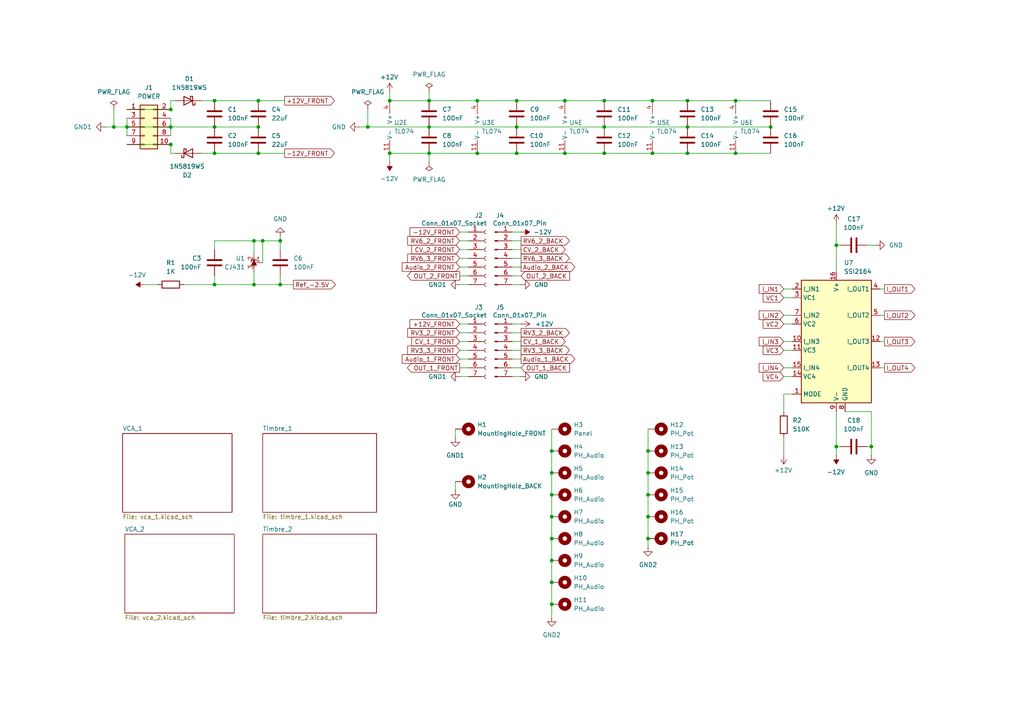
<source format=kicad_sch>
(kicad_sch (version 20250114) (generator "eeschema") (generator_version "9.0")
  (paper "A4")
  (title_block (title "Dual Timbre") (date "2025-06-08") (rev "1.1") (company "StudioKAT"))
  (lib_symbols
    (symbol "Amplifier_Operational:TL074" (pin_names (offset 0.127))
      (property "Reference" "U" (at 0 5.08 0))
      (property "Value" "TL074" (at 0 -5.08 0))
      (symbol "TL074_1_1"
        (pin input line (at -7.62 2.54 0) (length 2.54) (name "+") (number "3"))
        (pin input line (at -7.62 -2.54 0) (length 2.54) (name "-") (number "2"))
        (pin output line (at 7.62 0 180) (length 2.54) (name "~") (number "1"))
      )
      (symbol "TL074_2_1"
        (pin input line (at -7.62 2.54 0) (length 2.54) (name "+") (number "5"))
        (pin input line (at -7.62 -2.54 0) (length 2.54) (name "-") (number "6"))
        (pin output line (at 7.62 0 180) (length 2.54) (name "~") (number "7"))
      )
      (symbol "TL074_3_1"
        (pin input line (at -7.62 2.54 0) (length 2.54) (name "+") (number "10"))
        (pin input line (at -7.62 -2.54 0) (length 2.54) (name "-") (number "9"))
        (pin output line (at 7.62 0 180) (length 2.54) (name "~") (number "8"))
      )
      (symbol "TL074_4_1"
        (pin input line (at -7.62 2.54 0) (length 2.54) (name "+") (number "12"))
        (pin input line (at -7.62 -2.54 0) (length 2.54) (name "-") (number "13"))
        (pin output line (at 7.62 0 180) (length 2.54) (name "~") (number "14"))
      )
      (symbol "TL074_5_1"
        (pin power_in line (at -2.54 7.62 270) (length 3.81) (name "V+") (number "4"))
        (pin power_in line (at -2.54 -7.62 90) (length 3.81) (name "V-") (number "11"))
      )
    )
    (symbol "Audio:SSI2164"
      (property "Reference" "U" (at -7.62 19.05 0))
      (property "Value" "SSI2164" (at 5.08 19.05 0))
      (symbol "SSI2164_1_1"
        (pin input line (at -12.7 15.24 0) (length 2.54) (name "I_IN1") (number "2"))
        (pin passive line (at -12.7 12.7 0) (length 2.54) (name "VC1") (number "3"))
        (pin input line (at -12.7 7.62 0) (length 2.54) (name "I_IN2") (number "7"))
        (pin passive line (at -12.7 5.08 0) (length 2.54) (name "VC2") (number "6"))
        (pin input line (at -12.7 0 0) (length 2.54) (name "I_IN3") (number "10"))
        (pin passive line (at -12.7 -2.54 0) (length 2.54) (name "VC3") (number "11"))
        (pin input line (at -12.7 -7.62 0) (length 2.54) (name "I_IN4") (number "15"))
        (pin passive line (at -12.7 -10.16 0) (length 2.54) (name "VC4") (number "14"))
        (pin passive line (at -12.7 -15.24 0) (length 2.54) (name "MODE") (number "1"))
        (pin power_in line (at 0 20.32 270) (length 2.54) (name "V+") (number "16"))
        (pin power_in line (at 0 -20.32 90) (length 2.54) (name "V-") (number "9"))
        (pin power_in line (at 2.54 -20.32 90) (length 2.54) (name "GND") (number "8"))
        (pin output line (at 12.7 15.24 180) (length 2.54) (name "I_OUT1") (number "4"))
        (pin output line (at 12.7 7.62 180) (length 2.54) (name "I_OUT2") (number "5"))
        (pin output line (at 12.7 0 180) (length 2.54) (name "I_OUT3") (number "12"))
        (pin output line (at 12.7 -7.62 180) (length 2.54) (name "I_OUT4") (number "13"))
      )
    )
    (symbol "Connector:Conn_01x07_Pin" (pin_names (offset 1.016) (hide yes))
      (property "Reference" "J" (at 0 10.16 0))
      (property "Value" "Conn_01x07_Pin" (at 0 -10.16 0))
      (symbol "Conn_01x07_Pin_1_1"
        (pin passive line (at 5.08 7.62 180) (length 3.81) (name "Pin_1") (number "1"))
        (pin passive line (at 5.08 5.08 180) (length 3.81) (name "Pin_2") (number "2"))
        (pin passive line (at 5.08 2.54 180) (length 3.81) (name "Pin_3") (number "3"))
        (pin passive line (at 5.08 0 180) (length 3.81) (name "Pin_4") (number "4"))
        (pin passive line (at 5.08 -2.54 180) (length 3.81) (name "Pin_5") (number "5"))
        (pin passive line (at 5.08 -5.08 180) (length 3.81) (name "Pin_6") (number "6"))
        (pin passive line (at 5.08 -7.62 180) (length 3.81) (name "Pin_7") (number "7"))
      )
    )
    (symbol "Connector:Conn_01x07_Socket" (pin_names (offset 1.016) (hide yes))
      (property "Reference" "J" (at 0 10.16 0))
      (property "Value" "Conn_01x07_Socket" (at 0 -10.16 0))
      (symbol "Conn_01x07_Socket_1_1"
        (pin passive line (at -5.08 7.62 0) (length 3.81) (name "Pin_1") (number "1"))
        (pin passive line (at -5.08 5.08 0) (length 3.81) (name "Pin_2") (number "2"))
        (pin passive line (at -5.08 2.54 0) (length 3.81) (name "Pin_3") (number "3"))
        (pin passive line (at -5.08 0 0) (length 3.81) (name "Pin_4") (number "4"))
        (pin passive line (at -5.08 -2.54 0) (length 3.81) (name "Pin_5") (number "5"))
        (pin passive line (at -5.08 -5.08 0) (length 3.81) (name "Pin_6") (number "6"))
        (pin passive line (at -5.08 -7.62 0) (length 3.81) (name "Pin_7") (number "7"))
      )
    )
    (symbol "Connector_Generic:Conn_02x05_Odd_Even" (pin_names (offset 1.016) (hide yes))
      (property "Reference" "J" (at 1.27 7.62 0))
      (property "Value" "Conn_02x05_Odd_Even" (at 1.27 -7.62 0))
      (symbol "Conn_02x05_Odd_Even_1_1"
        (pin passive line (at -5.08 5.08 0) (length 3.81) (name "Pin_1") (number "1"))
        (pin passive line (at -5.08 2.54 0) (length 3.81) (name "Pin_3") (number "3"))
        (pin passive line (at -5.08 0 0) (length 3.81) (name "Pin_5") (number "5"))
        (pin passive line (at -5.08 -2.54 0) (length 3.81) (name "Pin_7") (number "7"))
        (pin passive line (at -5.08 -5.08 0) (length 3.81) (name "Pin_9") (number "9"))
        (pin passive line (at 7.62 5.08 180) (length 3.81) (name "Pin_2") (number "2"))
        (pin passive line (at 7.62 2.54 180) (length 3.81) (name "Pin_4") (number "4"))
        (pin passive line (at 7.62 0 180) (length 3.81) (name "Pin_6") (number "6"))
        (pin passive line (at 7.62 -2.54 180) (length 3.81) (name "Pin_8") (number "8"))
        (pin passive line (at 7.62 -5.08 180) (length 3.81) (name "Pin_10") (number "10"))
      )
    )
    (symbol "Device:C" (pin_numbers (hide yes)) (pin_names (offset 0.254))
      (property "Reference" "C" (at 0.635 2.54 0))
      (property "Value" "C" (at 0.635 -2.54 0))
      (symbol "C_1_1"
        (pin passive line (at 0 3.81 270) (length 2.794) (name "~") (number "1"))
        (pin passive line (at 0 -3.81 90) (length 2.794) (name "~") (number "2"))
      )
    )
    (symbol "Device:R" (pin_numbers (hide yes)) (pin_names (offset 0))
      (property "Reference" "R" (at 2.032 0 90))
      (property "Value" "R" (at 0 0 90))
      (symbol "R_1_1"
        (pin passive line (at 0 3.81 270) (length 1.27) (name "~") (number "1"))
        (pin passive line (at 0 -3.81 90) (length 1.27) (name "~") (number "2"))
      )
    )
    (symbol "Diode:1N5819WS" (pin_numbers (hide yes)) (pin_names (offset 1.016) (hide yes))
      (property "Reference" "D" (at 0 2.54 0))
      (property "Value" "1N5819WS" (at 0 -2.54 0))
      (symbol "1N5819WS_1_1"
        (pin passive line (at -3.81 0 0) (length 2.54) (name "K") (number "1"))
        (pin passive line (at 3.81 0 180) (length 2.54) (name "A") (number "2"))
      )
    )
    (symbol "GND_1" (power) (pin_numbers (hide yes)) (pin_names (offset 0) (hide yes))
      (property "Value" "GND" (at 0 -3.81 0))
      (symbol "GND_1_1_1"
        (pin power_in line (at 0 0 270) (length 0) (name "~") (number "1"))
      )
    )
    (symbol "Mechanical:MountingHole_Pad" (pin_numbers (hide yes)) (pin_names (offset 1.016) (hide yes)) (exclude_from_sim yes) (in_bom no)
      (property "Reference" "H" (at 0 6.35 0))
      (property "Value" "MountingHole_Pad" (at 0 4.445 0))
      (symbol "MountingHole_Pad_1_1"
        (pin input line (at 0 -2.54 90) (length 2.54) (name "1") (number "1"))
      )
    )
    (symbol "kat_eurorack:CJ431" (pin_names (hide yes))
      (property "Reference" "U" (at -2.54 2.54 0))
      (property "Value" "CJ431" (at 0 -2.54 0))
      (symbol "CJ431_1_1"
        (pin passive line (at -2.54 0 0) (length 2.54) (name "A") (number "3"))
        (pin passive line (at 0 2.54 270) (length 2.54) (name "REF") (number "1"))
        (pin passive line (at 2.54 0 180) (length 2.54) (name "K") (number "2"))
      )
    )
    (symbol "power:+12V" (power) (pin_numbers (hide yes)) (pin_names (offset 0) (hide yes))
      (property "Value" "+12V" (at 0 3.556 0))
      (symbol "+12V_1_1"
        (pin power_in line (at 0 0 90) (length 0) (name "~") (number "1"))
      )
    )
    (symbol "power:-12V" (power) (pin_numbers (hide yes)) (pin_names (offset 0) (hide yes))
      (property "Value" "-12V" (at 0 3.556 0))
      (symbol "-12V_0_0"
        (pin power_in line (at 0 0 90) (length 0) (name "~") (number "1"))
      )
    )
    (symbol "power:GND" (power) (pin_numbers (hide yes)) (pin_names (offset 0) (hide yes))
      (property "Value" "GND" (at 0 -3.81 0))
      (symbol "GND_1_1"
        (pin power_in line (at 0 0 270) (length 0) (name "~") (number "1"))
      )
    )
    (symbol "power:GND1" (power) (pin_numbers (hide yes)) (pin_names (offset 0) (hide yes))
      (property "Value" "GND1" (at 0 -3.81 0))
      (symbol "GND1_1_1"
        (pin power_in line (at 0 0 270) (length 0) (name "~") (number "1"))
      )
    )
    (symbol "power:GND2" (power) (pin_numbers (hide yes)) (pin_names (offset 0) (hide yes))
      (property "Value" "GND2" (at 0 -3.81 0))
      (symbol "GND2_1_1"
        (pin power_in line (at 0 0 270) (length 0) (name "~") (number "1"))
      )
    )
    (symbol "power:PWR_FLAG" (power) (pin_numbers (hide yes)) (pin_names (offset 0) (hide yes))
      (property "Value" "PWR_FLAG" (at 0 3.81 0))
      (symbol "PWR_FLAG_0_0"
        (pin power_out line (at 0 0 90) (length 0) (name "~") (number "1"))
      )
    )
  )
  (junction (at 74.93 29.21))
  (junction (at 49.53 41.91))
  (junction (at 160.02 143.51))
  (junction (at 187.96 149.86))
  (junction (at 113.03 44.45))
  (junction (at 81.28 82.55))
  (junction (at 74.93 36.83))
  (junction (at 199.39 44.45))
  (junction (at 160.02 162.56))
  (junction (at 213.36 29.21))
  (junction (at 62.23 29.21))
  (junction (at 187.96 143.51))
  (junction (at 73.66 69.85))
  (junction (at 160.02 149.86))
  (junction (at 81.28 69.85))
  (junction (at 149.86 29.21))
  (junction (at 36.83 36.83))
  (junction (at 138.43 29.21))
  (junction (at 160.02 168.91))
  (junction (at 33.02 36.83))
  (junction (at 163.83 29.21))
  (junction (at 62.23 36.83))
  (junction (at 149.86 36.83))
  (junction (at 124.46 44.45))
  (junction (at 160.02 156.21))
  (junction (at 160.02 137.16))
  (junction (at 175.26 44.45))
  (junction (at 62.23 44.45))
  (junction (at 187.96 130.81))
  (junction (at 242.57 71.12))
  (junction (at 74.93 44.45))
  (junction (at 213.36 44.45))
  (junction (at 175.26 36.83))
  (junction (at 199.39 29.21))
  (junction (at 223.52 36.83))
  (junction (at 175.26 29.21))
  (junction (at 189.23 44.45))
  (junction (at 163.83 44.45))
  (junction (at 187.96 156.21))
  (junction (at 138.43 44.45))
  (junction (at 160.02 130.81))
  (junction (at 62.23 82.55))
  (junction (at 187.96 137.16))
  (junction (at 49.53 36.83))
  (junction (at 124.46 36.83))
  (junction (at 189.23 29.21))
  (junction (at 106.68 36.83))
  (junction (at 76.2 69.85))
  (junction (at 49.53 31.75))
  (junction (at 199.39 36.83))
  (junction (at 124.46 29.21))
  (junction (at 242.57 129.54))
  (junction (at 160.02 175.26))
  (junction (at 252.73 129.54))
  (junction (at 149.86 44.45))
  (junction (at 73.66 82.55))
  (junction (at 113.03 29.21))
  (wire (pts (xy 133.35 77.47) (xy 135.89 77.47)))
  (wire (pts (xy 33.02 31.75) (xy 33.02 36.83)))
  (wire (pts (xy 148.59 109.22) (xy 151.13 109.22)))
  (wire (pts (xy 49.53 34.29) (xy 49.53 36.83)))
  (wire (pts (xy 33.02 36.83) (xy 36.83 36.83)))
  (wire (pts (xy 73.66 82.55) (xy 73.66 78.74)))
  (wire (pts (xy 133.35 104.14) (xy 135.89 104.14)))
  (wire (pts (xy 133.35 82.55) (xy 135.89 82.55)))
  (wire (pts (xy 148.59 72.39) (xy 151.13 72.39)))
  (wire (pts (xy 58.42 44.45) (xy 62.23 44.45)))
  (wire (pts (xy 251.46 71.12) (xy 254 71.12)))
  (wire (pts (xy 252.73 119.38) (xy 252.73 129.54)))
  (wire (pts (xy 227.33 127) (xy 227.33 132.08)))
  (wire (pts (xy 81.28 80.01) (xy 81.28 82.55)))
  (wire (pts (xy 62.23 82.55) (xy 73.66 82.55)))
  (wire (pts (xy 30.48 36.83) (xy 33.02 36.83)))
  (wire (pts (xy 189.23 44.45) (xy 199.39 44.45)))
  (wire (pts (xy 187.96 130.81) (xy 187.96 137.16)))
  (wire (pts (xy 187.96 149.86) (xy 187.96 156.21)))
  (wire (pts (xy 148.59 93.98) (xy 151.13 93.98)))
  (wire (pts (xy 58.42 29.21) (xy 62.23 29.21)))
  (wire (pts (xy 113.03 29.21) (xy 124.46 29.21)))
  (wire (pts (xy 45.72 82.55) (xy 41.91 82.55)))
  (wire (pts (xy 138.43 29.21) (xy 149.86 29.21)))
  (wire (pts (xy 148.59 106.68) (xy 151.13 106.68)))
  (wire (pts (xy 133.35 99.06) (xy 135.89 99.06)))
  (wire (pts (xy 251.46 129.54) (xy 252.73 129.54)))
  (wire (pts (xy 133.35 80.01) (xy 135.89 80.01)))
  (wire (pts (xy 124.46 36.83) (xy 149.86 36.83)))
  (wire (pts (xy 106.68 36.83) (xy 124.46 36.83)))
  (wire (pts (xy 160.02 156.21) (xy 160.02 162.56)))
  (wire (pts (xy 160.02 130.81) (xy 160.02 137.16)))
  (wire (pts (xy 62.23 44.45) (xy 74.93 44.45)))
  (wire (pts (xy 62.23 36.83) (xy 74.93 36.83)))
  (wire (pts (xy 227.33 93.98) (xy 229.87 93.98)))
  (wire (pts (xy 132.08 139.7) (xy 132.08 142.24)))
  (wire (pts (xy 160.02 162.56) (xy 160.02 168.91)))
  (wire (pts (xy 148.59 96.52) (xy 151.13 96.52)))
  (wire (pts (xy 227.33 99.06) (xy 229.87 99.06)))
  (wire (pts (xy 255.27 91.44) (xy 256.54 91.44)))
  (wire (pts (xy 187.96 137.16) (xy 187.96 143.51)))
  (wire (pts (xy 124.46 44.45) (xy 138.43 44.45)))
  (wire (pts (xy 81.28 68.58) (xy 81.28 69.85)))
  (wire (pts (xy 53.34 82.55) (xy 62.23 82.55)))
  (wire (pts (xy 160.02 168.91) (xy 160.02 175.26)))
  (wire (pts (xy 106.68 31.75) (xy 106.68 36.83)))
  (wire (pts (xy 148.59 82.55) (xy 151.13 82.55)))
  (wire (pts (xy 252.73 119.38) (xy 245.11 119.38)))
  (wire (pts (xy 36.83 41.91) (xy 49.53 41.91)))
  (wire (pts (xy 62.23 80.01) (xy 62.23 82.55)))
  (wire (pts (xy 187.96 156.21) (xy 187.96 158.75)))
  (wire (pts (xy 36.83 31.75) (xy 49.53 31.75)))
  (wire (pts (xy 76.2 69.85) (xy 76.2 76.2)))
  (wire (pts (xy 113.03 44.45) (xy 124.46 44.45)))
  (wire (pts (xy 132.08 124.46) (xy 132.08 127)))
  (wire (pts (xy 73.66 69.85) (xy 73.66 73.66)))
  (wire (pts (xy 227.33 91.44) (xy 229.87 91.44)))
  (wire (pts (xy 175.26 36.83) (xy 199.39 36.83)))
  (wire (pts (xy 149.86 44.45) (xy 163.83 44.45)))
  (wire (pts (xy 229.87 114.3) (xy 227.33 114.3)))
  (wire (pts (xy 189.23 29.21) (xy 199.39 29.21)))
  (wire (pts (xy 252.73 132.08) (xy 252.73 129.54)))
  (wire (pts (xy 133.35 93.98) (xy 135.89 93.98)))
  (wire (pts (xy 160.02 149.86) (xy 160.02 156.21)))
  (wire (pts (xy 36.83 34.29) (xy 36.83 36.83)))
  (wire (pts (xy 73.66 69.85) (xy 62.23 69.85)))
  (wire (pts (xy 187.96 124.46) (xy 187.96 130.81)))
  (wire (pts (xy 124.46 29.21) (xy 138.43 29.21)))
  (wire (pts (xy 49.53 36.83) (xy 49.53 39.37)))
  (wire (pts (xy 82.55 29.21) (xy 74.93 29.21)))
  (wire (pts (xy 227.33 106.68) (xy 229.87 106.68)))
  (wire (pts (xy 242.57 71.12) (xy 242.57 78.74)))
  (wire (pts (xy 133.35 106.68) (xy 135.89 106.68)))
  (wire (pts (xy 148.59 101.6) (xy 151.13 101.6)))
  (wire (pts (xy 148.59 69.85) (xy 151.13 69.85)))
  (wire (pts (xy 74.93 44.45) (xy 82.55 44.45)))
  (wire (pts (xy 227.33 114.3) (xy 227.33 119.38)))
  (wire (pts (xy 213.36 44.45) (xy 223.52 44.45)))
  (wire (pts (xy 163.83 29.21) (xy 175.26 29.21)))
  (wire (pts (xy 104.14 36.83) (xy 106.68 36.83)))
  (wire (pts (xy 49.53 31.75) (xy 49.53 29.21)))
  (wire (pts (xy 148.59 80.01) (xy 151.13 80.01)))
  (wire (pts (xy 160.02 143.51) (xy 160.02 149.86)))
  (wire (pts (xy 255.27 99.06) (xy 256.54 99.06)))
  (wire (pts (xy 199.39 36.83) (xy 223.52 36.83)))
  (wire (pts (xy 242.57 119.38) (xy 242.57 129.54)))
  (wire (pts (xy 213.36 29.21) (xy 223.52 29.21)))
  (wire (pts (xy 113.03 26.67) (xy 113.03 29.21)))
  (wire (pts (xy 133.35 74.93) (xy 135.89 74.93)))
  (wire (pts (xy 149.86 29.21) (xy 163.83 29.21)))
  (wire (pts (xy 36.83 36.83) (xy 36.83 39.37)))
  (wire (pts (xy 242.57 129.54) (xy 242.57 132.08)))
  (wire (pts (xy 124.46 44.45) (xy 124.46 46.99)))
  (wire (pts (xy 133.35 72.39) (xy 135.89 72.39)))
  (wire (pts (xy 163.83 44.45) (xy 175.26 44.45)))
  (wire (pts (xy 242.57 71.12) (xy 243.84 71.12)))
  (wire (pts (xy 62.23 29.21) (xy 74.93 29.21)))
  (wire (pts (xy 255.27 83.82) (xy 256.54 83.82)))
  (wire (pts (xy 160.02 124.46) (xy 160.02 130.81)))
  (wire (pts (xy 124.46 26.67) (xy 124.46 29.21)))
  (wire (pts (xy 81.28 72.39) (xy 81.28 69.85)))
  (wire (pts (xy 49.53 44.45) (xy 50.8 44.45)))
  (wire (pts (xy 148.59 77.47) (xy 151.13 77.47)))
  (wire (pts (xy 227.33 101.6) (xy 229.87 101.6)))
  (wire (pts (xy 133.35 101.6) (xy 135.89 101.6)))
  (wire (pts (xy 76.2 69.85) (xy 73.66 69.85)))
  (wire (pts (xy 227.33 86.36) (xy 229.87 86.36)))
  (wire (pts (xy 242.57 64.77) (xy 242.57 71.12)))
  (wire (pts (xy 175.26 29.21) (xy 189.23 29.21)))
  (wire (pts (xy 49.53 41.91) (xy 49.53 44.45)))
  (wire (pts (xy 133.35 109.22) (xy 135.89 109.22)))
  (wire (pts (xy 76.2 69.85) (xy 81.28 69.85)))
  (wire (pts (xy 175.26 44.45) (xy 189.23 44.45)))
  (wire (pts (xy 36.83 36.83) (xy 49.53 36.83)))
  (wire (pts (xy 148.59 74.93) (xy 151.13 74.93)))
  (wire (pts (xy 49.53 36.83) (xy 62.23 36.83)))
  (wire (pts (xy 133.35 96.52) (xy 135.89 96.52)))
  (wire (pts (xy 199.39 44.45) (xy 213.36 44.45)))
  (wire (pts (xy 255.27 106.68) (xy 256.54 106.68)))
  (wire (pts (xy 148.59 67.31) (xy 151.13 67.31)))
  (wire (pts (xy 133.35 69.85) (xy 135.89 69.85)))
  (wire (pts (xy 242.57 129.54) (xy 243.84 129.54)))
  (wire (pts (xy 148.59 104.14) (xy 151.13 104.14)))
  (wire (pts (xy 160.02 175.26) (xy 160.02 179.07)))
  (wire (pts (xy 113.03 44.45) (xy 113.03 46.99)))
  (wire (pts (xy 49.53 29.21) (xy 50.8 29.21)))
  (wire (pts (xy 148.59 99.06) (xy 151.13 99.06)))
  (wire (pts (xy 187.96 143.51) (xy 187.96 149.86)))
  (wire (pts (xy 81.28 82.55) (xy 85.09 82.55)))
  (wire (pts (xy 199.39 29.21) (xy 213.36 29.21)))
  (wire (pts (xy 149.86 36.83) (xy 175.26 36.83)))
  (wire (pts (xy 160.02 137.16) (xy 160.02 143.51)))
  (wire (pts (xy 133.35 67.31) (xy 135.89 67.31)))
  (wire (pts (xy 62.23 69.85) (xy 62.23 72.39)))
  (wire (pts (xy 227.33 83.82) (xy 229.87 83.82)))
  (wire (pts (xy 138.43 44.45) (xy 149.86 44.45)))
  (wire (pts (xy 73.66 82.55) (xy 81.28 82.55)))
  (wire (pts (xy 227.33 109.22) (xy 229.87 109.22)))
  (global_label "+12V_FRONT" (shape output) (at 82.55 29.21 0) (property "Intersheetrefs" "${INTERSHEET_REFS}" (effects (hide yes))))
  (global_label "VC3" (shape input) (at 227.33 101.6 180) (property "Intersheetrefs" "${INTERSHEET_REFS}" (effects (hide yes))))
  (global_label "RV6_2_BACK" (shape output) (at 151.13 69.85 0) (property "Intersheetrefs" "${INTERSHEET_REFS}" (effects (hide yes))))
  (global_label "Audio_2_FRONT" (shape input) (at 133.35 77.47 180) (property "Intersheetrefs" "${INTERSHEET_REFS}" (effects (hide yes))))
  (global_label "I_IN3" (shape input) (at 227.33 99.06 180) (property "Intersheetrefs" "${INTERSHEET_REFS}" (effects (hide yes))))
  (global_label "VC4" (shape input) (at 227.33 109.22 180) (property "Intersheetrefs" "${INTERSHEET_REFS}" (effects (hide yes))))
  (global_label "OUT_1_FRONT" (shape output) (at 133.35 106.68 180) (property "Intersheetrefs" "${INTERSHEET_REFS}" (effects (hide yes))))
  (global_label "CV_1_BACK" (shape output) (at 151.13 99.06 0) (property "Intersheetrefs" "${INTERSHEET_REFS}" (effects (hide yes))))
  (global_label "I_OUT3" (shape output) (at 256.54 99.06 0) (property "Intersheetrefs" "${INTERSHEET_REFS}" (effects (hide yes))))
  (global_label "RV3_2_FRONT" (shape input) (at 133.35 96.52 180) (property "Intersheetrefs" "${INTERSHEET_REFS}" (effects (hide yes))))
  (global_label "I_OUT4" (shape output) (at 256.54 106.68 0) (property "Intersheetrefs" "${INTERSHEET_REFS}" (effects (hide yes))))
  (global_label "Ref_-2.5V" (shape output) (at 85.09 82.55 0) (property "Intersheetrefs" "${INTERSHEET_REFS}" (effects (hide yes))))
  (global_label "CV_1_FRONT" (shape input) (at 133.35 99.06 180) (property "Intersheetrefs" "${INTERSHEET_REFS}" (effects (hide yes))))
  (global_label "OUT_1_BACK" (shape input) (at 151.13 106.68 0) (property "Intersheetrefs" "${INTERSHEET_REFS}" (effects (hide yes))))
  (global_label "Audio_2_BACK" (shape output) (at 151.13 77.47 0) (property "Intersheetrefs" "${INTERSHEET_REFS}" (effects (hide yes))))
  (global_label "CV_2_FRONT" (shape input) (at 133.35 72.39 180) (property "Intersheetrefs" "${INTERSHEET_REFS}" (effects (hide yes))))
  (global_label "RV6_3_BACK" (shape output) (at 151.13 74.93 0) (property "Intersheetrefs" "${INTERSHEET_REFS}" (effects (hide yes))))
  (global_label "RV6_3_FRONT" (shape input) (at 133.35 74.93 180) (property "Intersheetrefs" "${INTERSHEET_REFS}" (effects (hide yes))))
  (global_label "RV3_3_FRONT" (shape input) (at 133.35 101.6 180) (property "Intersheetrefs" "${INTERSHEET_REFS}" (effects (hide yes))))
  (global_label "VC1" (shape input) (at 227.33 86.36 180) (property "Intersheetrefs" "${INTERSHEET_REFS}" (effects (hide yes))))
  (global_label "I_OUT2" (shape output) (at 256.54 91.44 0) (property "Intersheetrefs" "${INTERSHEET_REFS}" (effects (hide yes))))
  (global_label "-12V_FRONT" (shape output) (at 82.55 44.45 0) (property "Intersheetrefs" "${INTERSHEET_REFS}" (effects (hide yes))))
  (global_label "I_IN1" (shape input) (at 227.33 83.82 180) (property "Intersheetrefs" "${INTERSHEET_REFS}" (effects (hide yes))))
  (global_label "VC2" (shape input) (at 227.33 93.98 180) (property "Intersheetrefs" "${INTERSHEET_REFS}" (effects (hide yes))))
  (global_label "I_IN2" (shape input) (at 227.33 91.44 180) (property "Intersheetrefs" "${INTERSHEET_REFS}" (effects (hide yes))))
  (global_label "RV3_2_BACK" (shape output) (at 151.13 96.52 0) (property "Intersheetrefs" "${INTERSHEET_REFS}" (effects (hide yes))))
  (global_label "OUT_2_BACK" (shape input) (at 151.13 80.01 0) (property "Intersheetrefs" "${INTERSHEET_REFS}" (effects (hide yes))))
  (global_label "RV3_3_BACK" (shape output) (at 151.13 101.6 0) (property "Intersheetrefs" "${INTERSHEET_REFS}" (effects (hide yes))))
  (global_label "I_OUT1" (shape output) (at 256.54 83.82 0) (property "Intersheetrefs" "${INTERSHEET_REFS}" (effects (hide yes))))
  (global_label "CV_2_BACK" (shape output) (at 151.13 72.39 0) (property "Intersheetrefs" "${INTERSHEET_REFS}" (effects (hide yes))))
  (global_label "I_IN4" (shape input) (at 227.33 106.68 180) (property "Intersheetrefs" "${INTERSHEET_REFS}" (effects (hide yes))))
  (global_label "RV6_2_FRONT" (shape input) (at 133.35 69.85 180) (property "Intersheetrefs" "${INTERSHEET_REFS}" (effects (hide yes))))
  (global_label "OUT_2_FRONT" (shape output) (at 133.35 80.01 180) (property "Intersheetrefs" "${INTERSHEET_REFS}" (effects (hide yes))))
  (global_label "Audio_1_BACK" (shape output) (at 151.13 104.14 0) (property "Intersheetrefs" "${INTERSHEET_REFS}" (effects (hide yes))))
  (global_label "Audio_1_FRONT" (shape input) (at 133.35 104.14 180) (property "Intersheetrefs" "${INTERSHEET_REFS}" (effects (hide yes))))
  (global_label "-12V_FRONT" (shape input) (at 133.35 67.31 180) (property "Intersheetrefs" "${INTERSHEET_REFS}" (effects (hide yes))))
  (global_label "+12V_FRONT" (shape input) (at 133.35 93.98 180) (property "Intersheetrefs" "${INTERSHEET_REFS}" (effects (hide yes))))
  (symbol (lib_id "Mechanical:MountingHole_Pad") (at 190.5 143.51 270) (unit 1) (exclude_from_sim yes) (in_bom no)
    (property "Reference" "H15" (at 194.31 142.2399 90) (effects (justify left)))
    (property "Value" "PH_Pot" (at 194.31 144.7799 90) (effects (justify left)))
    (property "Footprint" "kat_eurorack:PH_RK097_15mmKnob_Pad" (effects (hide yes)))
    (property "Description" "Mounting Hole with connection" (effects (hide yes)))
  )
  (symbol (lib_id "Device:R") (at 227.33 123.19 0) (unit 1)
    (property "Reference" "R2" (at 229.87 121.9199 0) (effects (justify left)))
    (property "Value" "510K" (at 229.87 124.4599 0) (effects (justify left)))
    (property "Footprint" "Resistor_SMD:R_0402_1005Metric" (effects (hide yes)))
    (property "Description" "Resistor" (effects (hide yes)))
    (property "LCSC" "C11616" (effects (hide yes)))
  )
  (symbol (lib_id "Device:C") (at 62.23 40.64 0) (unit 1)
    (property "Reference" "C2" (at 66.04 39.3699 0) (effects (justify left)))
    (property "Value" "100nF" (at 66.04 41.9099 0) (effects (justify left)))
    (property "Footprint" "Capacitor_SMD:C_0603_1608Metric" (effects (hide yes)))
    (property "Description" "Unpolarized capacitor" (effects (hide yes)))
    (property "LCSC" "C14663" (effects (hide yes)))
  )
  (symbol (lib_id "Mechanical:MountingHole_Pad") (at 162.56 143.51 270) (unit 1) (exclude_from_sim yes) (in_bom no)
    (property "Reference" "H6" (at 166.37 142.2399 90) (effects (justify left)))
    (property "Value" "PH_Audio" (at 166.37 144.7799 90) (effects (justify left)))
    (property "Footprint" "kat_eurorack:PH_AudioJack_3.5mm_Pad" (effects (hide yes)))
    (property "Description" "Mounting Hole with connection" (effects (hide yes)))
  )
  (symbol (lib_id "power:GND1") (at 30.48 36.83 270) (unit 1)
    (property "Reference" "#PWR01" (effects (hide yes)))
    (property "Value" "GND1" (at 26.67 36.8299 90) (effects (justify right)))
    (property "Description" "Power symbol creates a global label with name \"GND1\" , ground" (effects (hide yes)))
  )
  (symbol (lib_id "Device:C") (at 149.86 33.02 0) (unit 1)
    (property "Reference" "C9" (at 153.67 31.7499 0) (effects (justify left)))
    (property "Value" "100nF" (at 153.67 34.2899 0) (effects (justify left)))
    (property "Footprint" "Capacitor_SMD:C_0402_1005Metric" (effects (hide yes)))
    (property "Description" "Unpolarized capacitor" (effects (hide yes)))
    (property "LCSC" "C1525" (effects (hide yes)))
  )
  (symbol (lib_name "GND_1") (lib_id "power:GND") (at 81.28 68.58 0) (mirror x) (unit 1)
    (property "Reference" "#PWR03" (effects (hide yes)))
    (property "Value" "GND" (at 81.28 63.5 0))
    (property "Description" "Power symbol creates a global label with name \"GND\" , ground" (effects (hide yes)))
  )
  (symbol (lib_id "Amplifier_Operational:TL074") (at 166.37 36.83 0) (unit 5)
    (property "Reference" "U4" (at 165.1 35.5599 0) (effects (justify left)))
    (property "Value" "TL074" (at 165.1 38.0999 0) (effects (justify left)))
    (property "Footprint" "Package_SO:SOIC-14_3.9x8.7mm_P1.27mm" (effects (hide yes)))
    (property "Datasheet" "http://www.ti.com/lit/ds/symlink/tl071.pdf" (effects (hide yes)))
    (property "Description" "Quad Low-Noise JFET-Input Operational Amplifiers, DIP-14/SOIC-14" (effects (hide yes)))
    (property "LCSC" "C6963" (effects (hide yes)))
  )
  (symbol (lib_id "Mechanical:MountingHole_Pad") (at 190.5 156.21 270) (unit 1) (exclude_from_sim yes) (in_bom no)
    (property "Reference" "H17" (at 194.31 154.9399 90) (effects (justify left)))
    (property "Value" "PH_Pot" (at 194.31 157.4799 90) (effects (justify left)))
    (property "Footprint" "kat_eurorack:PH_RK097_15mmKnob_Pad" (effects (hide yes)))
    (property "Description" "Mounting Hole with connection" (effects (hide yes)))
  )
  (symbol (lib_id "Mechanical:MountingHole_Pad") (at 162.56 130.81 270) (unit 1) (exclude_from_sim yes) (in_bom no)
    (property "Reference" "H4" (at 166.37 129.5399 90) (effects (justify left)))
    (property "Value" "PH_Audio" (at 166.37 132.0799 90) (effects (justify left)))
    (property "Footprint" "kat_eurorack:PH_AudioJack_3.5mm_Pad" (effects (hide yes)))
    (property "Description" "Mounting Hole with connection" (effects (hide yes)))
  )
  (symbol (lib_id "Mechanical:MountingHole_Pad") (at 134.62 139.7 270) (unit 1) (exclude_from_sim yes) (in_bom no)
    (property "Reference" "H2" (at 138.43 138.4299 90) (effects (justify left)))
    (property "Value" "MountingHole_BACK" (at 138.43 140.9699 90) (effects (justify left)))
    (property "Footprint" "MountingHole:MountingHole_2.2mm_M2_ISO7380_Pad" (effects (hide yes)))
    (property "Description" "Mounting Hole with connection" (effects (hide yes)))
  )
  (symbol (lib_id "power:GND2") (at 187.96 158.75 0) (unit 1)
    (property "Reference" "#PWR016" (effects (hide yes)))
    (property "Value" "GND2" (at 187.96 163.83 0))
    (property "Description" "Power symbol creates a global label with name \"GND2\" , ground" (effects (hide yes)))
  )
  (symbol (lib_id "power:PWR_FLAG") (at 33.02 31.75 0) (unit 1)
    (property "Reference" "#FLG01" (effects (hide yes)))
    (property "Value" "PWR_FLAG" (at 33.02 26.67 0))
    (property "Description" "Special symbol for telling ERC where power comes from" (effects (hide yes)))
  )
  (symbol (lib_id "power:GND") (at 104.14 36.83 270) (mirror x) (unit 1)
    (property "Reference" "#PWR04" (effects (hide yes)))
    (property "Value" "GND" (at 100.33 36.8299 90) (effects (justify right)))
    (property "Description" "Power symbol creates a global label with name \"GND\" , ground" (effects (hide yes)))
  )
  (symbol (lib_id "power:GND") (at 151.13 109.22 90) (unit 1)
    (property "Reference" "#PWR014" (effects (hide yes)))
    (property "Value" "GND" (at 154.94 109.2199 90) (effects (justify right)))
    (property "Description" "Power symbol creates a global label with name \"GND\" , ground" (effects (hide yes)))
  )
  (symbol (lib_id "Device:C") (at 81.28 76.2 0) (unit 1)
    (property "Reference" "C6" (at 85.09 74.9299 0) (effects (justify left)))
    (property "Value" "100nF" (at 85.09 77.4699 0) (effects (justify left)))
    (property "Footprint" "Capacitor_SMD:C_0402_1005Metric" (effects (hide yes)))
    (property "Description" "Unpolarized capacitor" (effects (hide yes)))
    (property "LCSC" "C1525" (effects (hide yes)))
  )
  (symbol (lib_id "power:GND") (at 254 71.12 90) (mirror x) (unit 1)
    (property "Reference" "#PWR021" (effects (hide yes)))
    (property "Value" "GND" (at 257.81 71.1199 90) (effects (justify right)))
    (property "Description" "Power symbol creates a global label with name \"GND\" , ground" (effects (hide yes)))
  )
  (symbol (lib_id "Diode:1N5819WS") (at 54.61 29.21 180) (unit 1)
    (property "Reference" "D1" (at 54.9275 22.86 0))
    (property "Value" "1N5819WS" (at 54.9275 25.4 0))
    (property "Footprint" "Diode_SMD:D_SOD-323" (effects (hide yes)))
    (property "Datasheet" "https://datasheet.lcsc.com/lcsc/2204281430_Guangdong-Hottech-1N5819WS_C191023.pdf" (effects (hide yes)))
    (property "Description" "40V 600mV@1A 1A SOD-323 Schottky Barrier Diodes, SOD-323" (effects (hide yes)))
    (property "LCSC" "C64886" (effects (hide yes)))
  )
  (symbol (lib_id "Audio:SSI2164") (at 242.57 99.06 0) (unit 1)
    (property "Reference" "U7" (at 244.7641 76.2 0) (effects (justify left)))
    (property "Value" "SSI2164" (at 244.7641 78.74 0) (effects (justify left)))
    (property "Footprint" "Package_SO:SOIC-16_3.9x9.9mm_P1.27mm" (effects (hide yes)))
    (property "Datasheet" "http://www.soundsemiconductor.com/downloads/ssi2164datasheet.pdf" (effects (hide yes)))
    (property "Description" "Quad VCA, SOIC-16" (effects (hide yes)))
  )
  (symbol (lib_id "Mechanical:MountingHole_Pad") (at 162.56 149.86 270) (unit 1) (exclude_from_sim yes) (in_bom no)
    (property "Reference" "H7" (at 166.37 148.5899 90) (effects (justify left)))
    (property "Value" "PH_Audio" (at 166.37 151.1299 90) (effects (justify left)))
    (property "Footprint" "kat_eurorack:PH_AudioJack_3.5mm_Pad" (effects (hide yes)))
    (property "Description" "Mounting Hole with connection" (effects (hide yes)))
  )
  (symbol (lib_id "Device:C") (at 74.93 40.64 0) (unit 1)
    (property "Reference" "C5" (at 78.74 39.3699 0) (effects (justify left)))
    (property "Value" "22uF" (at 78.74 41.9099 0) (effects (justify left)))
    (property "Footprint" "Capacitor_SMD:C_0805_2012Metric" (effects (hide yes)))
    (property "Description" "Unpolarized capacitor" (effects (hide yes)))
    (property "LCSC" "C45783" (effects (hide yes)))
  )
  (symbol (lib_id "Connector:Conn_01x07_Socket") (at 140.97 74.93 0) (unit 1)
    (property "Reference" "J2" (at 137.668 62.484 0) (effects (justify left)))
    (property "Value" "Conn_01x07_Socket" (at 122.174 64.77 0) (effects (justify left)))
    (property "Footprint" "Connector_PinSocket_2.54mm:PinSocket_1x07_P2.54mm_Vertical" (effects (hide yes)))
    (property "Description" "Generic connector, single row, 01x07, script generated" (effects (hide yes)))
  )
  (symbol (lib_id "Device:R") (at 49.53 82.55 90) (unit 1)
    (property "Reference" "R1" (at 49.53 76.2 90))
    (property "Value" "1K" (at 49.53 78.74 90))
    (property "Footprint" "Resistor_SMD:R_0402_1005Metric" (effects (hide yes)))
    (property "Description" "Resistor" (effects (hide yes)))
    (property "LCSC" "C11702" (effects (hide yes)))
  )
  (symbol (lib_id "Device:C") (at 74.93 33.02 0) (unit 1)
    (property "Reference" "C4" (at 78.74 31.7499 0) (effects (justify left)))
    (property "Value" "22uF" (at 78.74 34.2899 0) (effects (justify left)))
    (property "Footprint" "Capacitor_SMD:C_0805_2012Metric" (effects (hide yes)))
    (property "Description" "Unpolarized capacitor" (effects (hide yes)))
    (property "LCSC" "C45783" (effects (hide yes)))
  )
  (symbol (lib_id "Device:C") (at 62.23 76.2 0) (mirror y) (unit 1)
    (property "Reference" "C3" (at 58.42 74.9299 0) (effects (justify left)))
    (property "Value" "100nF" (at 58.42 77.4699 0) (effects (justify left)))
    (property "Footprint" "Capacitor_SMD:C_0402_1005Metric" (effects (hide yes)))
    (property "Description" "Unpolarized capacitor" (effects (hide yes)))
    (property "LCSC" "C1525" (effects (hide yes)))
  )
  (symbol (lib_id "Device:C") (at 247.65 71.12 90) (unit 1)
    (property "Reference" "C17" (at 247.65 63.5 90))
    (property "Value" "100nF" (at 247.65 66.04 90))
    (property "Footprint" "Capacitor_SMD:C_0402_1005Metric" (effects (hide yes)))
    (property "Description" "Unpolarized capacitor" (effects (hide yes)))
    (property "LCSC" "C1525" (effects (hide yes)))
  )
  (symbol (lib_id "power:GND") (at 151.13 82.55 90) (unit 1)
    (property "Reference" "#PWR012" (effects (hide yes)))
    (property "Value" "GND" (at 154.94 82.5499 90) (effects (justify right)))
    (property "Description" "Power symbol creates a global label with name \"GND\" , ground" (effects (hide yes)))
  )
  (symbol (lib_id "power:GND2") (at 160.02 179.07 0) (unit 1)
    (property "Reference" "#PWR015" (effects (hide yes)))
    (property "Value" "GND2" (at 160.02 184.15 0))
    (property "Description" "Power symbol creates a global label with name \"GND2\" , ground" (effects (hide yes)))
  )
  (symbol (lib_id "Device:C") (at 199.39 33.02 0) (unit 1)
    (property "Reference" "C13" (at 203.2 31.7499 0) (effects (justify left)))
    (property "Value" "100nF" (at 203.2 34.2899 0) (effects (justify left)))
    (property "Footprint" "Capacitor_SMD:C_0402_1005Metric" (effects (hide yes)))
    (property "Description" "Unpolarized capacitor" (effects (hide yes)))
    (property "LCSC" "C1525" (effects (hide yes)))
  )
  (symbol (lib_id "Mechanical:MountingHole_Pad") (at 162.56 168.91 270) (unit 1) (exclude_from_sim yes) (in_bom no)
    (property "Reference" "H10" (at 166.37 167.6399 90) (effects (justify left)))
    (property "Value" "PH_Audio" (at 166.37 170.1799 90) (effects (justify left)))
    (property "Footprint" "kat_eurorack:PH_AudioJack_3.5mm_Pad" (effects (hide yes)))
    (property "Description" "Mounting Hole with connection" (effects (hide yes)))
  )
  (symbol (lib_id "Mechanical:MountingHole_Pad") (at 162.56 175.26 270) (unit 1) (exclude_from_sim yes) (in_bom no)
    (property "Reference" "H11" (at 166.37 173.9899 90) (effects (justify left)))
    (property "Value" "PH_Audio" (at 166.37 176.5299 90) (effects (justify left)))
    (property "Footprint" "kat_eurorack:PH_AudioJack_3.5mm_Pad" (effects (hide yes)))
    (property "Description" "Mounting Hole with connection" (effects (hide yes)))
  )
  (symbol (lib_id "power:+12V") (at 151.13 93.98 270) (mirror x) (unit 1)
    (property "Reference" "#PWR013" (effects (hide yes)))
    (property "Value" "+12V" (at 155.194 93.98 90) (effects (justify left)))
    (property "Description" "Power symbol creates a global label with name \"+12V\"" (effects (hide yes)))
  )
  (symbol (lib_id "Mechanical:MountingHole_Pad") (at 162.56 137.16 270) (unit 1) (exclude_from_sim yes) (in_bom no)
    (property "Reference" "H5" (at 166.37 135.8899 90) (effects (justify left)))
    (property "Value" "PH_Audio" (at 166.37 138.4299 90) (effects (justify left)))
    (property "Footprint" "kat_eurorack:PH_AudioJack_3.5mm_Pad" (effects (hide yes)))
    (property "Description" "Mounting Hole with connection" (effects (hide yes)))
  )
  (symbol (lib_id "power:+12V") (at 227.33 132.08 0) (mirror x) (unit 1)
    (property "Reference" "#PWR017" (effects (hide yes)))
    (property "Value" "+12V" (at 224.536 136.398 0) (effects (justify left)))
    (property "Description" "Power symbol creates a global label with name \"+12V\"" (effects (hide yes)))
  )
  (symbol (lib_id "Mechanical:MountingHole_Pad") (at 190.5 124.46 270) (unit 1) (exclude_from_sim yes) (in_bom no)
    (property "Reference" "H12" (at 194.31 123.1899 90) (effects (justify left)))
    (property "Value" "PH_Pot" (at 194.31 125.7299 90) (effects (justify left)))
    (property "Footprint" "kat_eurorack:PH_RK097_15mmKnob_Pad" (effects (hide yes)))
    (property "Description" "Mounting Hole with connection" (effects (hide yes)))
  )
  (symbol (lib_id "Mechanical:MountingHole_Pad") (at 162.56 162.56 270) (unit 1) (exclude_from_sim yes) (in_bom no)
    (property "Reference" "H9" (at 166.37 161.2899 90) (effects (justify left)))
    (property "Value" "PH_Audio" (at 166.37 163.8299 90) (effects (justify left)))
    (property "Footprint" "kat_eurorack:PH_AudioJack_3.5mm_Pad" (effects (hide yes)))
    (property "Description" "Mounting Hole with connection" (effects (hide yes)))
  )
  (symbol (lib_id "power:GND1") (at 132.08 127 0) (unit 1)
    (property "Reference" "#PWR07" (effects (hide yes)))
    (property "Value" "GND1" (at 132.08 132.08 0))
    (property "Description" "Power symbol creates a global label with name \"GND1\" , ground" (effects (hide yes)))
  )
  (symbol (lib_id "Device:C") (at 175.26 40.64 0) (unit 1)
    (property "Reference" "C12" (at 179.07 39.3699 0) (effects (justify left)))
    (property "Value" "100nF" (at 179.07 41.9099 0) (effects (justify left)))
    (property "Footprint" "Capacitor_SMD:C_0402_1005Metric" (effects (hide yes)))
    (property "Description" "Unpolarized capacitor" (effects (hide yes)))
    (property "LCSC" "C1525" (effects (hide yes)))
  )
  (symbol (lib_id "power:GND") (at 252.73 132.08 0) (mirror y) (unit 1)
    (property "Reference" "#PWR020" (effects (hide yes)))
    (property "Value" "GND" (at 252.73 137.16 0))
    (property "Description" "Power symbol creates a global label with name \"GND\" , ground" (effects (hide yes)))
  )
  (symbol (lib_id "Mechanical:MountingHole_Pad") (at 162.56 156.21 270) (unit 1) (exclude_from_sim yes) (in_bom no)
    (property "Reference" "H8" (at 166.37 154.9399 90) (effects (justify left)))
    (property "Value" "PH_Audio" (at 166.37 157.4799 90) (effects (justify left)))
    (property "Footprint" "kat_eurorack:PH_AudioJack_3.5mm_Pad" (effects (hide yes)))
    (property "Description" "Mounting Hole with connection" (effects (hide yes)))
  )
  (symbol (lib_id "Mechanical:MountingHole_Pad") (at 162.56 124.46 270) (unit 1) (exclude_from_sim yes) (in_bom no)
    (property "Reference" "H3" (at 166.37 123.1899 90) (effects (justify left)))
    (property "Value" "Panel" (at 166.37 125.7299 90) (effects (justify left)))
    (property "Footprint" "kat_eurorack:Panel_8HP" (effects (hide yes)))
    (property "Description" "Mounting Hole with connection" (effects (hide yes)))
  )
  (symbol (lib_id "power:-12V") (at 41.91 82.55 90) (unit 1)
    (property "Reference" "#PWR02" (effects (hide yes)))
    (property "Value" "-12V" (at 37.084 79.756 90) (effects (justify right)))
    (property "Description" "Power symbol creates a global label with name \"-12V\"" (effects (hide yes)))
  )
  (symbol (lib_id "Connector:Conn_01x07_Socket") (at 140.97 101.6 0) (unit 1)
    (property "Reference" "J3" (at 137.668 89.154 0) (effects (justify left)))
    (property "Value" "Conn_01x07_Socket" (at 122.174 91.44 0) (effects (justify left)))
    (property "Footprint" "Connector_PinSocket_2.54mm:PinSocket_1x07_P2.54mm_Vertical" (effects (hide yes)))
    (property "Description" "Generic connector, single row, 01x07, script generated" (effects (hide yes)))
  )
  (symbol (lib_id "power:-12V") (at 151.13 67.31 270) (mirror x) (unit 1)
    (property "Reference" "#PWR011" (effects (hide yes)))
    (property "Value" "-12V" (at 160.02 67.31 90) (effects (justify right)))
    (property "Description" "Power symbol creates a global label with name \"-12V\"" (effects (hide yes)))
  )
  (symbol (lib_id "power:GND") (at 132.08 142.24 0) (unit 1)
    (property "Reference" "#PWR08" (effects (hide yes)))
    (property "Value" "GND" (at 134.112 146.304 0) (effects (justify right)))
    (property "Description" "Power symbol creates a global label with name \"GND\" , ground" (effects (hide yes)))
  )
  (symbol (lib_id "Device:C") (at 124.46 40.64 0) (unit 1)
    (property "Reference" "C8" (at 128.27 39.3699 0) (effects (justify left)))
    (property "Value" "100nF" (at 128.27 41.9099 0) (effects (justify left)))
    (property "Footprint" "Capacitor_SMD:C_0402_1005Metric" (effects (hide yes)))
    (property "Description" "Unpolarized capacitor" (effects (hide yes)))
    (property "LCSC" "C1525" (effects (hide yes)))
  )
  (symbol (lib_id "Device:C") (at 124.46 33.02 0) (unit 1)
    (property "Reference" "C7" (at 128.27 31.7499 0) (effects (justify left)))
    (property "Value" "100nF" (at 128.27 34.2899 0) (effects (justify left)))
    (property "Footprint" "Capacitor_SMD:C_0402_1005Metric" (effects (hide yes)))
    (property "Description" "Unpolarized capacitor" (effects (hide yes)))
    (property "LCSC" "C1525" (effects (hide yes)))
  )
  (symbol (lib_id "power:+12V") (at 113.03 26.67 0) (unit 1)
    (property "Reference" "#PWR05" (effects (hide yes)))
    (property "Value" "+12V" (at 110.236 22.352 0) (effects (justify left)))
    (property "Description" "Power symbol creates a global label with name \"+12V\"" (effects (hide yes)))
  )
  (symbol (lib_id "Device:C") (at 223.52 33.02 0) (unit 1)
    (property "Reference" "C15" (at 227.33 31.7499 0) (effects (justify left)))
    (property "Value" "100nF" (at 227.33 34.2899 0) (effects (justify left)))
    (property "Footprint" "Capacitor_SMD:C_0402_1005Metric" (effects (hide yes)))
    (property "Description" "Unpolarized capacitor" (effects (hide yes)))
    (property "LCSC" "C1525" (effects (hide yes)))
  )
  (symbol (lib_id "Connector_Generic:Conn_02x05_Odd_Even") (at 41.91 36.83 0) (unit 1)
    (property "Reference" "J1" (at 43.18 25.4 0))
    (property "Value" "POWER" (at 43.18 27.94 0))
    (property "Footprint" "kat_eurorack:BoxHeader_2x05_2.54mm_Europower" (effects (hide yes)))
    (property "Description" "Generic connector, double row, 02x05, odd/even pin numbering scheme (row 1 odd numbers, row 2 even numbers), script generated (kicad-library-utils/schlib/autogen/connector/)" (effects (hide yes)))
  )
  (symbol (lib_id "Mechanical:MountingHole_Pad") (at 190.5 130.81 270) (unit 1) (exclude_from_sim yes) (in_bom no)
    (property "Reference" "H13" (at 194.31 129.5399 90) (effects (justify left)))
    (property "Value" "PH_Pot" (at 194.31 132.0799 90) (effects (justify left)))
    (property "Footprint" "kat_eurorack:PH_RK097_15mmKnob_Pad" (effects (hide yes)))
    (property "Description" "Mounting Hole with connection" (effects (hide yes)))
  )
  (symbol (lib_id "Amplifier_Operational:TL074") (at 215.9 36.83 0) (unit 5)
    (property "Reference" "U6" (at 214.63 35.5599 0) (effects (justify left)))
    (property "Value" "TL074" (at 214.63 38.0999 0) (effects (justify left)))
    (property "Footprint" "Package_SO:SOIC-14_3.9x8.7mm_P1.27mm" (effects (hide yes)))
    (property "Datasheet" "http://www.ti.com/lit/ds/symlink/tl071.pdf" (effects (hide yes)))
    (property "Description" "Quad Low-Noise JFET-Input Operational Amplifiers, DIP-14/SOIC-14" (effects (hide yes)))
    (property "LCSC" "C6963" (effects (hide yes)))
  )
  (symbol (lib_id "Device:C") (at 199.39 40.64 0) (unit 1)
    (property "Reference" "C14" (at 203.2 39.3699 0) (effects (justify left)))
    (property "Value" "100nF" (at 203.2 41.9099 0) (effects (justify left)))
    (property "Footprint" "Capacitor_SMD:C_0402_1005Metric" (effects (hide yes)))
    (property "Description" "Unpolarized capacitor" (effects (hide yes)))
    (property "LCSC" "C1525" (effects (hide yes)))
  )
  (symbol (lib_id "Amplifier_Operational:TL074") (at 115.57 36.83 0) (unit 5)
    (property "Reference" "U2" (at 114.3 35.5599 0) (effects (justify left)))
    (property "Value" "TL074" (at 114.3 38.0999 0) (effects (justify left)))
    (property "Footprint" "Package_SO:SOIC-14_3.9x8.7mm_P1.27mm" (effects (hide yes)))
    (property "Datasheet" "http://www.ti.com/lit/ds/symlink/tl071.pdf" (effects (hide yes)))
    (property "Description" "Quad Low-Noise JFET-Input Operational Amplifiers, DIP-14/SOIC-14" (effects (hide yes)))
    (property "LCSC" "C6963" (effects (hide yes)))
  )
  (symbol (lib_id "power:PWR_FLAG") (at 124.46 26.67 0) (unit 1)
    (property "Reference" "#FLG03" (effects (hide yes)))
    (property "Value" "PWR_FLAG" (at 124.46 21.59 0))
    (property "Description" "Special symbol for telling ERC where power comes from" (effects (hide yes)))
  )
  (symbol (lib_id "Mechanical:MountingHole_Pad") (at 190.5 137.16 270) (unit 1) (exclude_from_sim yes) (in_bom no)
    (property "Reference" "H14" (at 194.31 135.8899 90) (effects (justify left)))
    (property "Value" "PH_Pot" (at 194.31 138.4299 90) (effects (justify left)))
    (property "Footprint" "kat_eurorack:PH_RK097_15mmKnob_Pad" (effects (hide yes)))
    (property "Description" "Mounting Hole with connection" (effects (hide yes)))
  )
  (symbol (lib_id "Device:C") (at 149.86 40.64 0) (unit 1)
    (property "Reference" "C10" (at 153.67 39.3699 0) (effects (justify left)))
    (property "Value" "100nF" (at 153.67 41.9099 0) (effects (justify left)))
    (property "Footprint" "Capacitor_SMD:C_0402_1005Metric" (effects (hide yes)))
    (property "Description" "Unpolarized capacitor" (effects (hide yes)))
    (property "LCSC" "C1525" (effects (hide yes)))
  )
  (symbol (lib_id "power:-12V") (at 242.57 132.08 180) (unit 1)
    (property "Reference" "#PWR019" (effects (hide yes)))
    (property "Value" "-12V" (at 239.776 136.906 0) (effects (justify right)))
    (property "Description" "Power symbol creates a global label with name \"-12V\"" (effects (hide yes)))
  )
  (symbol (lib_id "kat_eurorack:CJ431") (at 73.66 76.2 270) (mirror x) (unit 1)
    (property "Reference" "U1" (at 71.12 74.9299 90) (effects (justify right)))
    (property "Value" "CJ431" (at 71.12 77.4699 90) (effects (justify right)))
    (property "Footprint" "Package_TO_SOT_SMD:SOT-23" (effects (hide yes)))
    (property "Datasheet" "https://jlcpcb.com/api/file/downloadByFileSystemAccessId/8579708596521009152" (effects (hide yes)))
    (property "Description" "Shunt Regulator, SOT-23" (effects (hide yes)))
    (property "LCSC" "C3113" (effects (hide yes)))
  )
  (symbol (lib_id "power:PWR_FLAG") (at 124.46 46.99 0) (mirror x) (unit 1)
    (property "Reference" "#FLG04" (effects (hide yes)))
    (property "Value" "PWR_FLAG" (at 124.46 52.07 0))
    (property "Description" "Special symbol for telling ERC where power comes from" (effects (hide yes)))
  )
  (symbol (lib_id "Device:C") (at 175.26 33.02 0) (unit 1)
    (property "Reference" "C11" (at 179.07 31.7499 0) (effects (justify left)))
    (property "Value" "100nF" (at 179.07 34.2899 0) (effects (justify left)))
    (property "Footprint" "Capacitor_SMD:C_0402_1005Metric" (effects (hide yes)))
    (property "Description" "Unpolarized capacitor" (effects (hide yes)))
    (property "LCSC" "C1525" (effects (hide yes)))
  )
  (symbol (lib_id "Mechanical:MountingHole_Pad") (at 190.5 149.86 270) (unit 1) (exclude_from_sim yes) (in_bom no)
    (property "Reference" "H16" (at 194.31 148.5899 90) (effects (justify left)))
    (property "Value" "PH_Pot" (at 194.31 151.1299 90) (effects (justify left)))
    (property "Footprint" "kat_eurorack:PH_RK097_15mmKnob_Pad" (effects (hide yes)))
    (property "Description" "Mounting Hole with connection" (effects (hide yes)))
  )
  (symbol (lib_id "power:-12V") (at 113.03 46.99 180) (unit 1)
    (property "Reference" "#PWR06" (effects (hide yes)))
    (property "Value" "-12V" (at 110.236 51.816 0) (effects (justify right)))
    (property "Description" "Power symbol creates a global label with name \"-12V\"" (effects (hide yes)))
  )
  (symbol (lib_id "power:GND1") (at 133.35 109.22 270) (unit 1)
    (property "Reference" "#PWR010" (effects (hide yes)))
    (property "Value" "GND1" (at 129.54 109.2199 90) (effects (justify right)))
    (property "Description" "Power symbol creates a global label with name \"GND1\" , ground" (effects (hide yes)))
  )
  (symbol (lib_id "Device:C") (at 62.23 33.02 0) (unit 1)
    (property "Reference" "C1" (at 66.04 31.7499 0) (effects (justify left)))
    (property "Value" "100nF" (at 66.04 34.2899 0) (effects (justify left)))
    (property "Footprint" "Capacitor_SMD:C_0603_1608Metric" (effects (hide yes)))
    (property "Description" "Unpolarized capacitor" (effects (hide yes)))
    (property "LCSC" "C14663" (effects (hide yes)))
  )
  (symbol (lib_id "Device:C") (at 223.52 40.64 0) (unit 1)
    (property "Reference" "C16" (at 227.33 39.3699 0) (effects (justify left)))
    (property "Value" "100nF" (at 227.33 41.9099 0) (effects (justify left)))
    (property "Footprint" "Capacitor_SMD:C_0402_1005Metric" (effects (hide yes)))
    (property "Description" "Unpolarized capacitor" (effects (hide yes)))
    (property "LCSC" "C1525" (effects (hide yes)))
  )
  (symbol (lib_id "Device:C") (at 247.65 129.54 90) (unit 1)
    (property "Reference" "C18" (at 247.65 121.92 90))
    (property "Value" "100nF" (at 247.65 124.46 90))
    (property "Footprint" "Capacitor_SMD:C_0402_1005Metric" (effects (hide yes)))
    (property "Description" "Unpolarized capacitor" (effects (hide yes)))
    (property "LCSC" "C1525" (effects (hide yes)))
  )
  (symbol (lib_id "power:PWR_FLAG") (at 106.68 31.75 0) (unit 1)
    (property "Reference" "#FLG02" (effects (hide yes)))
    (property "Value" "PWR_FLAG" (at 106.68 26.67 0))
    (property "Description" "Special symbol for telling ERC where power comes from" (effects (hide yes)))
  )
  (symbol (lib_id "Mechanical:MountingHole_Pad") (at 134.62 124.46 270) (unit 1) (exclude_from_sim yes) (in_bom no)
    (property "Reference" "H1" (at 138.43 123.1899 90) (effects (justify left)))
    (property "Value" "MountingHole_FRONT" (at 138.43 125.7299 90) (effects (justify left)))
    (property "Footprint" "MountingHole:MountingHole_2.2mm_M2_ISO7380_Pad" (effects (hide yes)))
    (property "Description" "Mounting Hole with connection" (effects (hide yes)))
  )
  (symbol (lib_id "Connector:Conn_01x07_Pin") (at 143.51 74.93 0) (unit 1)
    (property "Reference" "J4" (at 145.034 62.484 0))
    (property "Value" "Conn_01x07_Pin" (at 150.749 64.77 0))
    (property "Footprint" "Connector_PinHeader_2.54mm:PinHeader_1x07_P2.54mm_Vertical" (effects (hide yes)))
    (property "Description" "Generic connector, single row, 01x07, script generated" (effects (hide yes)))
  )
  (symbol (lib_id "Amplifier_Operational:TL074") (at 191.77 36.83 0) (unit 5)
    (property "Reference" "U5" (at 190.5 35.5599 0) (effects (justify left)))
    (property "Value" "TL074" (at 190.5 38.0999 0) (effects (justify left)))
    (property "Footprint" "Package_SO:SOIC-14_3.9x8.7mm_P1.27mm" (effects (hide yes)))
    (property "Datasheet" "http://www.ti.com/lit/ds/symlink/tl071.pdf" (effects (hide yes)))
    (property "Description" "Quad Low-Noise JFET-Input Operational Amplifiers, DIP-14/SOIC-14" (effects (hide yes)))
    (property "LCSC" "C6963" (effects (hide yes)))
  )
  (symbol (lib_id "power:+12V") (at 242.57 64.77 0) (unit 1)
    (property "Reference" "#PWR018" (effects (hide yes)))
    (property "Value" "+12V" (at 239.776 60.452 0) (effects (justify left)))
    (property "Description" "Power symbol creates a global label with name \"+12V\"" (effects (hide yes)))
  )
  (symbol (lib_id "power:GND1") (at 133.35 82.55 270) (unit 1)
    (property "Reference" "#PWR09" (effects (hide yes)))
    (property "Value" "GND1" (at 129.54 82.5499 90) (effects (justify right)))
    (property "Description" "Power symbol creates a global label with name \"GND1\" , ground" (effects (hide yes)))
  )
  (symbol (lib_id "Connector:Conn_01x07_Pin") (at 143.51 101.6 0) (unit 1)
    (property "Reference" "J5" (at 145.034 89.154 0))
    (property "Value" "Conn_01x07_Pin" (at 150.749 91.44 0))
    (property "Footprint" "Connector_PinHeader_2.54mm:PinHeader_1x07_P2.54mm_Vertical" (effects (hide yes)))
    (property "Description" "Generic connector, single row, 01x07, script generated" (effects (hide yes)))
  )
  (symbol (lib_id "Diode:1N5819WS") (at 54.61 44.45 0) (mirror x) (unit 1)
    (property "Reference" "D2" (at 54.2925 50.8 0))
    (property "Value" "1N5819WS" (at 54.2925 48.26 0))
    (property "Footprint" "Diode_SMD:D_SOD-323" (effects (hide yes)))
    (property "Datasheet" "https://datasheet.lcsc.com/lcsc/2204281430_Guangdong-Hottech-1N5819WS_C191023.pdf" (effects (hide yes)))
    (property "Description" "40V 600mV@1A 1A SOD-323 Schottky Barrier Diodes, SOD-323" (effects (hide yes)))
    (property "LCSC" "C64886" (effects (hide yes)))
  )
  (symbol (lib_id "Amplifier_Operational:TL074") (at 140.97 36.83 0) (unit 5)
    (property "Reference" "U3" (at 139.7 35.5599 0) (effects (justify left)))
    (property "Value" "TL074" (at 139.7 38.0999 0) (effects (justify left)))
    (property "Footprint" "Package_SO:SOIC-14_3.9x8.7mm_P1.27mm" (effects (hide yes)))
    (property "Datasheet" "http://www.ti.com/lit/ds/symlink/tl071.pdf" (effects (hide yes)))
    (property "Description" "Quad Low-Noise JFET-Input Operational Amplifiers, DIP-14/SOIC-14" (effects (hide yes)))
    (property "LCSC" "C6963" (effects (hide yes)))
  )
  (sheet (at 76.2 125.73) (size 33.02 22.86) (stroke (width 0.1524))
    (property "Sheetname" "Timbre_1" (at 76.2 125.0184 0) (effects (justify left bottom)))
    (property "Sheetfile" "timbre_1.kicad_sch" (at 76.2 149.1746 0) (effects (justify left top)))
  )
  (sheet (at 36.195 154.94) (size 31.75 22.86) (stroke (width 0.1524))
    (property "Sheetname" "VCA_2" (at 36.195 154.2284 0) (effects (justify left bottom)))
    (property "Sheetfile" "vca_2.kicad_sch" (at 36.195 178.3846 0) (effects (justify left top)))
  )
  (sheet (at 76.2 154.94) (size 33.02 22.86) (stroke (width 0.1524))
    (property "Sheetname" "Timbre_2" (at 76.2 154.2284 0) (effects (justify left bottom)))
    (property "Sheetfile" "timbre_2.kicad_sch" (at 76.2 178.3846 0) (effects (justify left top)))
  )
  (sheet (at 35.56 125.73) (size 31.75 22.86) (stroke (width 0.1524))
    (property "Sheetname" "VCA_1" (at 35.56 125.0184 0) (effects (justify left bottom)))
    (property "Sheetfile" "vca_1.kicad_sch" (at 35.56 149.1746 0) (effects (justify left top)))
  )
)
</source>
